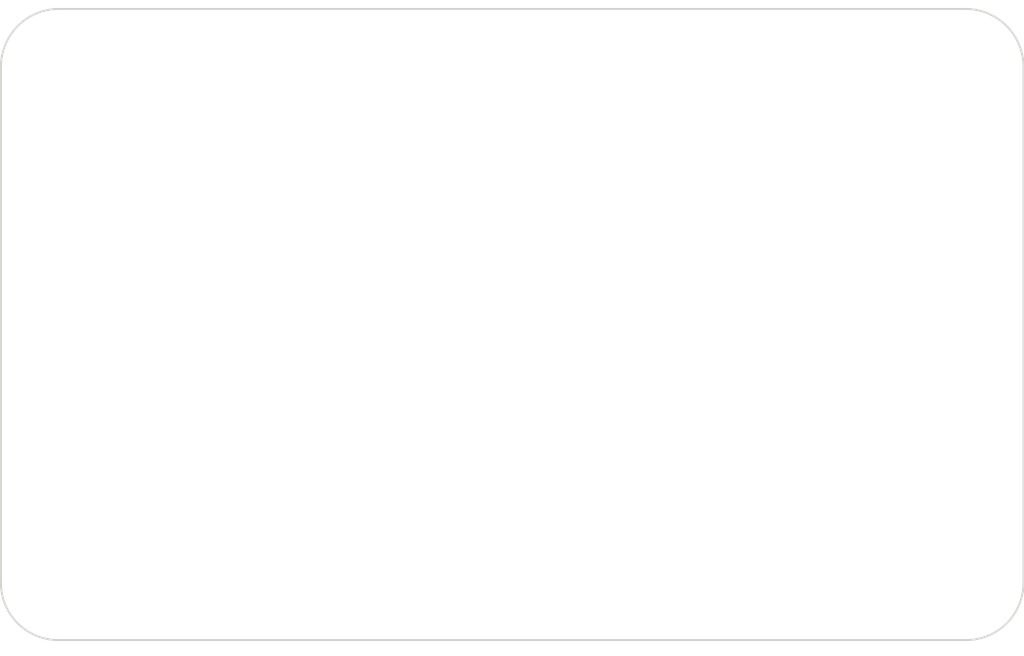
<source format=kicad_pcb>
(kicad_pcb (version 20211014) (generator pcbnew)
  (layers (0 "F.Cu" signal) (31 "B.Cu" signal) (34 "B.Paste" user) (35 "F.Paste" user) (36 "B.SilkS" user "B.Silkscreen") (37 "F.SilkS" user "F.Silkscreen") (38 "B.Mask" user) (39 "F.Mask" user) (44 "Edge.Cuts" user))
  (net 0 "")
  (footprint "Library:LED_Diffuser" (layer "F.Cu") (at 52.01 31.18)
    (fp_text reference "D42" hide)
    (fp_text value "LED_RGBA")
  )
  (footprint "Library:LED_Diffuser" (layer "F.Cu") (at 64.01 31.18)
    (fp_text reference "D45" hide)
    (fp_text value "LED_RGBA")
  )
  (footprint "MountingHole:MountingHole_2.5mm_Pad" (layer "F.Cu") (at 38.21 15.42)
    (fp_text reference "REF**" hide)
    (fp_text value "MountingHole_2.5mm_Pad" hide)
    (pad "" np_thru_hole circle (at 0 0) (size 2.5 2.5) (drill 2.5) (layers F&B.Cu *.Mask))
  )
  (footprint "Library:LED_Diffuser" (layer "F.Cu") (at 48.01 35.18)
    (fp_text reference "D51" hide)
    (fp_text value "LED_RGBA")
  )
  (footprint "Library:LED_Diffuser" (layer "F.Cu") (at 68.01 43.18)
    (fp_text reference "D76" hide)
    (fp_text value "LED_RGBA")
  )
  (footprint "MountingHole:MountingHole_2.5mm_Pad" (layer "F.Cu") (at 85.81 42.554)
    (fp_text reference "REF**" hide)
    (fp_text value "MountingHole_2.5mm_Pad" hide)
    (pad "" np_thru_hole circle (at 0 0) (size 2.5 2.5) (drill 2.5) (layers F&B.Cu *.Mask))
  )
  (footprint "Library:LED_Diffuser" (layer "F.Cu") (at 56.01 43.18)
    (fp_text reference "D73" hide)
    (fp_text value "LED_RGBA")
  )
  (footprint "Library:LED_Diffuser" (layer "F.Cu") (at 48.01 39.18)
    (fp_text reference "D61" hide)
    (fp_text value "LED_RGBA")
  )
  (footprint "Library:LED_Diffuser" (layer "F.Cu") (at 60.01 19.18)
    (fp_text reference "D14" hide)
    (fp_text value "LED_RGBA")
  )
  (footprint "Library:LED_Diffuser" (layer "F.Cu") (at 48.01 15.18)
    (fp_text reference "D1" hide)
    (fp_text value "LED_RGBA")
  )
  (footprint "Library:LED_Diffuser" (layer "F.Cu") (at 60.01 23.18)
    (fp_text reference "D24" hide)
    (fp_text value "LED_RGBA")
  )
  (footprint "Library:LED_Diffuser" (layer "F.Cu") (at 44.01 23.18)
    (fp_text reference "D20" hide)
    (fp_text value "LED_RGBA")
  )
  (footprint "Library:LED_Diffuser" (layer "F.Cu") (at 56.01 27.18)
    (fp_text reference "D33" hide)
    (fp_text value "LED_RGBA")
  )
  (footprint "Library:LED_Diffuser" (layer "F.Cu") (at 72.01 15.18)
    (fp_text reference "D7" hide)
    (fp_text value "LED_RGBA")
  )
  (footprint "Library:LED_Diffuser" (layer "F.Cu") (at 80.01 35.18)
    (fp_text reference "D59" hide)
    (fp_text value "LED_RGBA")
  )
  (footprint "Library:LED_Diffuser" (layer "F.Cu") (at 52.01 15.18)
    (fp_text reference "D2" hide)
    (fp_text value "LED_RGBA")
  )
  (footprint "Library:LED_Diffuser" (layer "F.Cu") (at 64.01 15.18)
    (fp_text reference "D5" hide)
    (fp_text value "LED_RGBA")
  )
  (footprint "Library:LED_Diffuser" (layer "F.Cu") (at 44.01 35.18)
    (fp_text reference "D50" hide)
    (fp_text value "LED_RGBA")
  )
  (footprint "Library:LED_Diffuser" (layer "F.Cu") (at 80.01 15.18)
    (fp_text reference "D9" hide)
    (fp_text value "LED_RGBA")
  )
  (footprint "Library:LED_Diffuser" (layer "F.Cu") (at 52.01 23.18)
    (fp_text reference "D22" hide)
    (fp_text value "LED_RGBA")
  )
  (footprint "Library:LED_Diffuser" (layer "F.Cu") (at 76.01 23.18)
    (fp_text reference "D28" hide)
    (fp_text value "LED_RGBA")
  )
  (footprint "Library:LED_Diffuser" (layer "F.Cu") (at 68.01 31.18)
    (fp_text reference "D46" hide)
    (fp_text value "LED_RGBA")
  )
  (footprint "Library:LED_Diffuser" (layer "F.Cu") (at 72.01 19.18)
    (fp_text reference "D17" hide)
    (fp_text value "LED_RGBA")
  )
  (footprint "Library:LED_Diffuser" (layer "F.Cu") (at 80.01 23.18)
    (fp_text reference "D29" hide)
    (fp_text value "LED_RGBA")
  )
  (footprint "Library:LED_Diffuser" (layer "F.Cu") (at 76.01 19.18)
    (fp_text reference "D18" hide)
    (fp_text value "LED_RGBA")
  )
  (footprint "Library:LED_Diffuser" (layer "F.Cu") (at 72.01 27.18)
    (fp_text reference "D37" hide)
    (fp_text value "LED_RGBA")
  )
  (footprint "Library:LED_Diffuser" (layer "F.Cu") (at 68.01 35.18)
    (fp_text reference "D56" hide)
    (fp_text value "LED_RGBA")
  )
  (footprint "Library:LED_Diffuser" (layer "F.Cu") (at 80.01 19.18)
    (fp_text reference "D19" hide)
    (fp_text value "LED_RGBA")
  )
  (footprint "Library:LED_Diffuser" (layer "F.Cu") (at 56.01 35.18)
    (fp_text reference "D53" hide)
    (fp_text value "LED_RGBA")
  )
  (footprint "Library:LED_Diffuser" (layer "F.Cu") (at 72.01 31.18)
    (fp_text reference "D47" hide)
    (fp_text value "LED_RGBA")
  )
  (footprint "Library:LED_Diffuser" (layer "F.Cu") (at 80.01 39.18)
    (fp_text reference "D69" hide)
    (fp_text value "LED_RGBA")
  )
  (footprint "Library:LED_Diffuser" (layer "F.Cu") (at 72.01 39.18)
    (fp_text reference "D67" hide)
    (fp_text value "LED_RGBA")
  )
  (footprint "Library:LED_Diffuser" (layer "F.Cu") (at 56.01 31.18)
    (fp_text reference "D43" hide)
    (fp_text value "LED_RGBA")
  )
  (footprint "Library:LED_Diffuser" (layer "F.Cu") (at 76.01 39.18)
    (fp_text reference "D68" hide)
    (fp_text value "LED_RGBA")
  )
  (footprint "Library:LED_Diffuser" (layer "F.Cu") (at 76.01 35.18)
    (fp_text reference "D58" hide)
    (fp_text value "LED_RGBA")
  )
  (footprint "Library:LED_Diffuser" (layer "F.Cu") (at 60.01 39.18)
    (fp_text reference "D64" hide)
    (fp_text value "LED_RGBA")
  )
  (footprint "Library:LED_Diffuser" (layer "F.Cu") (at 48.01 43.18)
    (fp_text reference "D71" hide)
    (fp_text value "LED_RGBA")
  )
  (footprint "Library:LED_Diffuser" (layer "F.Cu") (at 44.01 15.18)
    (fp_text reference "D0" hide)
    (fp_text value "LED_RGBA")
  )
  (footprint "Library:LED_Diffuser" (layer "F.Cu") (at 68.01 23.18)
    (fp_text reference "D26" hide)
    (fp_text value "LED_RGBA")
  )
  (footprint "Library:LED_Diffuser" (layer "F.Cu") (at 60.01 15.18)
    (fp_text reference "D4" hide)
    (fp_text value "LED_RGBA")
  )
  (footprint "Library:LED_Diffuser" (layer "F.Cu") (at 44.01 31.18)
    (fp_text reference "D40" hide)
    (fp_text value "LED_RGBA")
  )
  (footprint "Library:LED_Diffuser" (layer "F.Cu") (at 44.01 39.18)
    (fp_text reference "D60" hide)
    (fp_text value "LED_RGBA")
  )
  (footprint "Library:LED_Diffuser" (layer "F.Cu") (at 48.01 27.18)
    (fp_text reference "D31" hide)
    (fp_text value "LED_RGBA")
  )
  (footprint "Library:LED_Diffuser" (layer "F.Cu") (at 68.01 27.18)
    (fp_text reference "D36" hide)
    (fp_text value "LED_RGBA")
  )
  (footprint "Library:LED_Diffuser" (layer "F.Cu") (at 52.01 35.18)
    (fp_text reference "D52" hide)
    (fp_text value "LED_RGBA")
  )
  (footprint "Library:LED_Diffuser" (layer "F.Cu") (at 80.01 27.18)
    (fp_text reference "D39" hide)
    (fp_text value "LED_RGBA")
  )
  (footprint "Library:LED_Diffuser" (layer "F.Cu") (at 80.01 31.18)
    (fp_text reference "D49" hide)
    (fp_text value "LED_RGBA")
  )
  (footprint "Library:LED_Diffuser" (layer "F.Cu") (at 76.01 27.18)
    (fp_text reference "D38" hide)
    (fp_text value "LED_RGBA")
  )
  (footprint "Library:LED_Diffuser" (layer "F.Cu") (at 52.01 39.18)
    (fp_text reference "D62" hide)
    (fp_text value "LED_RGBA")
  )
  (footprint "Library:LED_Diffuser" (layer "F.Cu") (at 76.01 15.18)
    (fp_text reference "D8" hide)
    (fp_text value "LED_RGBA")
  )
  (footprint "Library:LED_Diffuser" (layer "F.Cu") (at 60.01 27.18)
    (fp_text reference "D34" hide)
    (fp_text value "LED_RGBA")
  )
  (footprint "Library:LED_Diffuser" (layer "F.Cu") (at 64.01 35.18)
    (fp_text reference "D55" hide)
    (fp_text value "LED_RGBA")
  )
  (footprint "Library:LED_Diffuser" (layer "F.Cu") (at 64.01 43.18)
    (fp_text reference "D75" hide)
    (fp_text value "LED_RGBA")
  )
  (footprint "Library:LED_Diffuser" (layer "F.Cu") (at 60.01 43.18)
    (fp_text reference "D74" hide)
    (fp_text value "LED_RGBA")
  )
  (footprint "Library:LED_Diffuser" (layer "F.Cu") (at 44.01 43.18)
    (fp_text reference "D70" hide)
    (fp_text value "LED_RGBA")
  )
  (footprint "Library:LED_Diffuser" (layer "F.Cu") (at 60.01 35.18)
    (fp_text reference "D54" hide)
    (fp_text value "LED_RGBA")
  )
  (footprint "Library:LED_Diffuser" (layer "F.Cu") (at 64.01 23.18)
    (fp_text reference "D25" hide)
    (fp_text value "LED_RGBA")
  )
  (footprint "MountingHole:MountingHole_2.5mm_Pad" (layer "F.Cu") (at 38.21 42.554)
    (fp_text reference "REF**" hide)
    (fp_text value "MountingHole_2.5mm_Pad" hide)
    (pad "" np_thru_hole circle (at 0 0) (size 2.5 2.5) (drill 2.5) (layers F&B.Cu *.Mask))
  )
  (footprint "Library:LED_Diffuser" (layer "F.Cu") (at 68.01 39.18)
    (fp_text reference "D66" hide)
    (fp_text value "LED_RGBA")
  )
  (footprint "Library:LED_Diffuser" (layer "F.Cu") (at 52.01 19.18)
    (fp_text reference "D12" hide)
    (fp_text value "LED_RGBA")
  )
  (footprint "Library:LED_Diffuser" (layer "F.Cu") (at 56.01 19.18)
    (fp_text reference "D13" hide)
    (fp_text value "LED_RGBA")
  )
  (footprint "MountingHole:MountingHole_2.5mm_Pad" (layer "F.Cu") (at 85.81 15.42)
    (fp_text reference "REF**" hide)
    (fp_text value "MountingHole_2.5mm_Pad" hide)
    (pad "" np_thru_hole circle (at 0 0) (size 2.5 2.5) (drill 2.5) (layers F&B.Cu *.Mask))
  )
  (footprint "Library:LED_Diffuser" (layer "F.Cu") (at 76.01 31.18)
    (fp_text reference "D48" hide)
    (fp_text value "LED_RGBA")
  )
  (footprint "Library:LED_Diffuser" (layer "F.Cu") (at 56.01 39.18)
    (fp_text reference "D63" hide)
    (fp_text value "LED_RGBA")
  )
  (footprint "Library:LED_Diffuser" (layer "F.Cu") (at 60.01 31.18)
    (fp_text reference "D44" hide)
    (fp_text value "LED_RGBA")
  )
  (footprint "Library:LED_Diffuser" (layer "F.Cu") (at 68.01 19.18)
    (fp_text reference "D16" hide)
    (fp_text value "LED_RGBA")
  )
  (footprint "Library:LED_Diffuser" (layer "F.Cu") (at 68.01 15.18)
    (fp_text reference "D6" hide)
    (fp_text value "LED_RGBA")
  )
  (footprint "Library:LED_Diffuser" (layer "F.Cu") (at 44.01 19.18)
    (fp_text reference "D10" hide)
    (fp_text value "LED_RGBA")
  )
  (footprint "Library:LED_Diffuser" (layer "F.Cu") (at 80.01 43.18)
    (fp_text reference "D79" hide)
    (fp_text value "LED_RGBA")
  )
  (footprint "Library:LED_Diffuser" (layer "F.Cu") (at 64.01 39.18)
    (fp_text reference "D65" hide)
    (fp_text value "LED_RGBA")
  )
  (footprint "Library:LED_Diffuser" (layer "F.Cu") (at 72.01 35.18)
    (fp_text reference "D57" hide)
    (fp_text value "LED_RGBA")
  )
  (footprint "Library:LED_Diffuser" (layer "F.Cu") (at 76.01 43.18)
    (fp_text reference "D78" hide)
    (fp_text value "LED_RGBA")
  )
  (footprint "Library:LED_Diffuser" (layer "F.Cu") (at 52.01 27.18)
    (fp_text reference "D32" hide)
    (fp_text value "LED_RGBA")
  )
  (footprint "Library:LED_Diffuser" (layer "F.Cu") (at 72.01 23.18)
    (fp_text reference "D27" hide)
    (fp_text value "LED_RGBA")
  )
  (footprint "Library:LED_Diffuser" (layer "F.Cu") (at 64.01 19.18)
    (fp_text reference "D15" hide)
    (fp_text value "LED_RGBA")
  )
  (footprint "Library:LED_Diffuser" (layer "F.Cu") (at 44.01 27.18)
    (fp_text reference "D30" hide)
    (fp_text value "LED_RGBA")
  )
  (footprint "Library:LED_Diffuser" (layer "F.Cu") (at 48.01 31.18)
    (fp_text reference "D41" hide)
    (fp_text value "LED_RGBA")
  )
  (footprint "Library:LED_Diffuser" (layer "F.Cu") (at 64.01 27.18)
    (fp_text reference "D35" hide)
    (fp_text value "LED_RGBA")
  )
  (footprint "Library:LED_Diffuser" (layer "F.Cu") (at 56.01 15.18)
    (fp_text reference "D3" hide)
    (fp_text value "LED_RGBA")
  )
  (footprint "Library:LED_Diffuser" (layer "F.Cu") (at 48.01 23.18)
    (fp_text reference "D21" hide)
    (fp_text value "LED_RGBA")
  )
  (footprint "Library:LED_Diffuser" (layer "F.Cu") (at 56.01 23.18)
    (fp_text reference "D23" hide)
    (fp_text value "LED_RGBA")
  )
  (footprint "Library:LED_Diffuser" (layer "F.Cu") (at 72.01 43.18)
    (fp_text reference "D77" hide)
    (fp_text value "LED_RGBA")
  )
  (footprint "Library:LED_Diffuser" (layer "F.Cu") (at 48.01 19.18)
    (fp_text reference "D11" hide)
    (fp_text value "LED_RGBA")
  )
  (footprint "Library:LED_Diffuser" (layer "F.Cu") (at 52.01 43.18)
    (fp_text reference "D72" hide)
    (fp_text value "LED_RGBA")
  )
  (gr_line (start 38.21 12.42) (end 85.852 12.42) (layer "Edge.Cuts") (width 0.1))
  (gr_arc (start 85.852 12.42) (mid 87.988646 13.33568) (end 88.852 15.494) (layer "Edge.Cuts") (width 0.1))
  (gr_line (start 85.852 45.554) (end 38.21 45.554) (layer "Edge.Cuts") (width 0.1))
  (gr_arc (start 38.21 45.554) (mid 36.08868 44.67532) (end 35.21 42.554) (layer "Edge.Cuts") (width 0.1))
  (gr_line (start 88.852 15.494) (end 88.852 42.554) (layer "Edge.Cuts") (width 0.1))
  (gr_line (start 35.21 42.554) (end 35.21 15.494) (layer "Edge.Cuts") (width 0.1))
  (gr_arc (start 88.852 42.554) (mid 87.97332 44.67532) (end 85.852 45.554) (layer "Edge.Cuts") (width 0.1))
  (gr_arc (start 35.21 15.494) (mid 36.073354 13.33568) (end 38.21 12.42) (layer "Edge.Cuts") (width 0.1))
)
</source>
